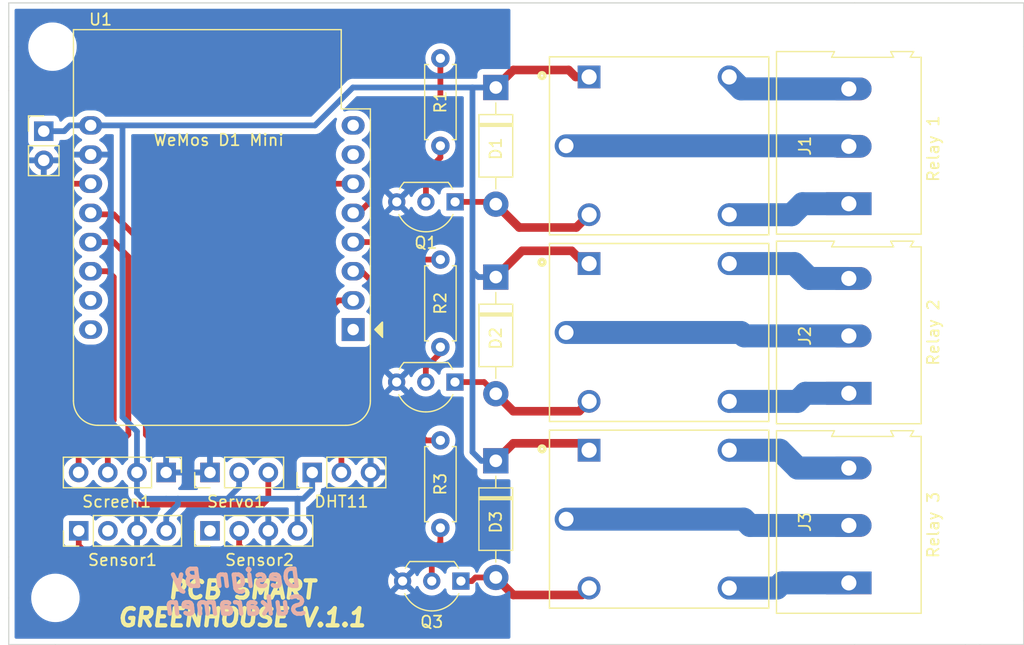
<source format=kicad_pcb>
(kicad_pcb (version 20211014) (generator pcbnew)
  (layers (0 "F.Cu" signal) (31 "B.Cu" signal) (34 "B.Paste" user) (35 "F.Paste" user) (36 "B.SilkS" user "B.Silkscreen") (37 "F.SilkS" user "F.Silkscreen") (38 "B.Mask" user) (39 "F.Mask" user) (44 "Edge.Cuts" user))
  (net 0 "")
  (net 1 "Net-(D1-Pad2)")
  (net 2 "Net-(D2-Pad2)")
  (net 3 "Net-(D3-Pad2)")
  (net 4 "Net-(J1-Pad1)")
  (net 5 "Net-(J1-Pad2)")
  (net 6 "Net-(J1-Pad3)")
  (net 7 "Net-(J2-Pad1)")
  (net 8 "Net-(J2-Pad2)")
  (net 9 "Net-(J2-Pad3)")
  (net 10 "Net-(J3-Pad1)")
  (net 11 "Net-(J3-Pad2)")
  (net 12 "Net-(J3-Pad3)")
  (net 13 "GND")
  (net 14 "Input 1")
  (net 15 "Input 2")
  (net 16 "Input 3")
  (net 20 "SDA")
  (net 21 "SCL")
  (net 24 "DHT11")
  (net 25 "Servo")
  (net 26 "DIGITAL OUT")
  (net 27 "ANALAOG OUT")
  (net 28 "5V")
  (net 31 "Net-(Q1-Pad2)")
  (net 32 "Net-(Q2-Pad2)")
  (net 33 "Net-(Q3-Pad2)")
  (footprint "Diode_THT:D_DO-41_SOD81_P10.16mm_Horizontal" (layer "F.Cu") (at 147.574 98.298 -90)
    (fp_text reference "D3" (at 5.334 0 90) (layer "F.SilkS"))
    (fp_text value "1N4007" hide)
    (fp_line (start 3.38 -1.47) (end 3.38 1.47) (layer "F.SilkS") (width 0.12))
    (fp_line (start 3.14 -1.47) (end 3.14 1.47) (layer "F.SilkS") (width 0.12))
    (fp_line (start 8.82 0) (end 7.8 0) (layer "F.SilkS") (width 0.12))
    (fp_line (start 7.8 1.47) (end 7.8 -1.47) (layer "F.SilkS") (width 0.12))
    (fp_line (start 3.26 -1.47) (end 3.26 1.47) (layer "F.SilkS") (width 0.12))
    (fp_line (start 1.34 0) (end 2.36 0) (layer "F.SilkS") (width 0.12))
    (fp_line (start 2.36 -1.47) (end 2.36 1.47) (layer "F.SilkS") (width 0.12))
    (fp_line (start 2.36 1.47) (end 7.8 1.47) (layer "F.SilkS") (width 0.12))
    (fp_line (start 7.8 -1.47) (end 2.36 -1.47) (layer "F.SilkS") (width 0.12))
    (pad "1" thru_hole rect (at 0 0 270) (size 2.2 2.2) (drill 1.1) (layers *.Cu *.Mask) (net 28 "5V"))
    (pad "2" thru_hole oval (at 10.16 0 270) (size 2.2 2.2) (drill 1.1) (layers *.Cu *.Mask) (net 3 "Net-(D3-Pad2)"))
  )
  (footprint "MountingHole:MountingHole_3.2mm_M3" (layer "F.Cu") (at 189.738 62.23)
    (fp_text reference "H2" hide)
    (fp_text value "MountingHole" hide)
    (pad "" np_thru_hole circle (at 0 0) (size 3.2 3.2) (drill 3.2) (layers *.Cu *.Mask))
  )
  (footprint "Diode_THT:D_DO-41_SOD81_P10.16mm_Horizontal" (layer "F.Cu") (at 147.574 65.786 -90)
    (fp_text reference "D1" (at 5.334 0 90) (layer "F.SilkS"))
    (fp_text value "1N4007" hide)
    (fp_line (start 7.8 1.47) (end 7.8 -1.47) (layer "F.SilkS") (width 0.12))
    (fp_line (start 3.14 -1.47) (end 3.14 1.47) (layer "F.SilkS") (width 0.12))
    (fp_line (start 2.36 -1.47) (end 2.36 1.47) (layer "F.SilkS") (width 0.12))
    (fp_line (start 1.34 0) (end 2.36 0) (layer "F.SilkS") (width 0.12))
    (fp_line (start 3.38 -1.47) (end 3.38 1.47) (layer "F.SilkS") (width 0.12))
    (fp_line (start 7.8 -1.47) (end 2.36 -1.47) (layer "F.SilkS") (width 0.12))
    (fp_line (start 2.36 1.47) (end 7.8 1.47) (layer "F.SilkS") (width 0.12))
    (fp_line (start 8.82 0) (end 7.8 0) (layer "F.SilkS") (width 0.12))
    (fp_line (start 3.26 -1.47) (end 3.26 1.47) (layer "F.SilkS") (width 0.12))
    (pad "1" thru_hole rect (at 0 0 270) (size 2.2 2.2) (drill 1.1) (layers *.Cu *.Mask) (net 28 "5V"))
    (pad "2" thru_hole oval (at 10.16 0 270) (size 2.2 2.2) (drill 1.1) (layers *.Cu *.Mask) (net 1 "Net-(D1-Pad2)"))
  )
  (footprint "Resistor_THT:R_Axial_DIN0207_L6.3mm_D2.5mm_P7.62mm_Horizontal" (layer "F.Cu") (at 142.748 63.246 -90)
    (fp_text reference "R1" (at 3.81 0 90) (layer "F.SilkS"))
    (fp_text value "1K")
    (fp_line (start 0.54 1.37) (end 7.08 1.37) (layer "F.SilkS") (width 0.12))
    (fp_line (start 7.08 1.37) (end 7.08 1.04) (layer "F.SilkS") (width 0.12))
    (fp_line (start 0.54 -1.37) (end 7.08 -1.37) (layer "F.SilkS") (width 0.12))
    (fp_line (start 7.08 -1.37) (end 7.08 -1.04) (layer "F.SilkS") (width 0.12))
    (fp_line (start 0.54 1.04) (end 0.54 1.37) (layer "F.SilkS") (width 0.12))
    (fp_line (start 0.54 -1.04) (end 0.54 -1.37) (layer "F.SilkS") (width 0.12))
    (pad "1" thru_hole circle (at 0 0 270) (size 1.6 1.6) (drill 0.8) (layers *.Cu *.Mask) (net 14 "Input 1"))
    (pad "2" thru_hole oval (at 7.62 0 270) (size 1.6 1.6) (drill 0.8) (layers *.Cu *.Mask) (net 31 "Net-(Q1-Pad2)"))
  )
  (footprint "TerminalBlock:TerminalBlock_Altech_AK300-3_P5.00mm" (layer "F.Cu") (at 178.318 75.907 90)
    (fp_text reference "J1" (at 5.041 -3.82 90) (layer "F.SilkS"))
    (fp_text value "OUTPUT RELAY 1")
    (fp_line (start 13.25 -6.3) (end -2.65 -6.3) (layer "F.SilkS") (width 0.12))
    (fp_line (start 13.25 5.65) (end 13.25 3.65) (layer "F.SilkS") (width 0.12))
    (fp_line (start -2.65 -6.3) (end -2.65 6.3) (layer "F.SilkS") (width 0.12))
    (fp_line (start 12.75 6.3) (end 12.75 5.35) (layer "F.SilkS") (width 0.12))
    (fp_line (start -2.65 6.3) (end 12.75 6.3) (layer "F.SilkS") (width 0.12))
    (fp_line (start 13.25 -1.25) (end 13.25 -6.3) (layer "F.SilkS") (width 0.12))
    (fp_line (start 12.75 -1.5) (end 13.25 -1.25) (layer "F.SilkS") (width 0.12))
    (fp_line (start 12.75 3.9) (end 12.75 -1.5) (layer "F.SilkS") (width 0.12))
    (fp_line (start 13.25 3.65) (end 12.75 3.9) (layer "F.SilkS") (width 0.12))
    (fp_line (start 12.75 5.35) (end 13.25 5.65) (layer "F.SilkS") (width 0.12))
    (pad "1" thru_hole rect (at 0 0 90) (size 1.98 3.96) (drill 1.32) (layers *.Cu *.Mask) (net 4 "Net-(J1-Pad1)"))
    (pad "2" thru_hole oval (at 5 0 90) (size 1.98 3.96) (drill 1.32) (layers *.Cu *.Mask) (net 5 "Net-(J1-Pad2)"))
    (pad "3" thru_hole oval (at 10 0 90) (size 1.98 3.96) (drill 1.32) (layers *.Cu *.Mask) (net 6 "Net-(J1-Pad3)"))
  )
  (footprint "Resistor_THT:R_Axial_DIN0207_L6.3mm_D2.5mm_P7.62mm_Horizontal" (layer "F.Cu") (at 142.748 80.772 -90)
    (fp_text reference "R2" (at 3.81 0 90) (layer "F.SilkS"))
    (fp_text value "1K")
    (fp_line (start 0.54 -1.37) (end 7.08 -1.37) (layer "F.SilkS") (width 0.12))
    (fp_line (start 0.54 1.04) (end 0.54 1.37) (layer "F.SilkS") (width 0.12))
    (fp_line (start 0.54 1.37) (end 7.08 1.37) (layer "F.SilkS") (width 0.12))
    (fp_line (start 0.54 -1.04) (end 0.54 -1.37) (layer "F.SilkS") (width 0.12))
    (fp_line (start 7.08 -1.37) (end 7.08 -1.04) (layer "F.SilkS") (width 0.12))
    (fp_line (start 7.08 1.37) (end 7.08 1.04) (layer "F.SilkS") (width 0.12))
    (pad "1" thru_hole circle (at 0 0 270) (size 1.6 1.6) (drill 0.8) (layers *.Cu *.Mask) (net 15 "Input 2"))
    (pad "2" thru_hole oval (at 7.62 0 270) (size 1.6 1.6) (drill 0.8) (layers *.Cu *.Mask) (net 32 "Net-(Q2-Pad2)"))
  )
  (footprint "Package_TO_SOT_THT:TO-92L_Inline_Wide" (layer "F.Cu") (at 144.028 75.75 180)
    (fp_text reference "Q1" (at 2.54 -3.56) (layer "F.SilkS"))
    (fp_text value "BC547")
    (fp_line (start 0.6 1.7) (end 4.45 1.7) (layer "F.SilkS") (width 0.12))
    (fp_arc (start 0.1836 -1.098807) (mid 1.143021 -2.192817) (end 2.54 -2.6) (layer "F.SilkS") (width 0.12))
    (fp_arc (start 0.6 1.7) (mid 0.389183 1.423933) (end 0.217369 1.122045) (layer "F.SilkS") (width 0.12))
    (fp_arc (start 4.842383 1.112264) (mid 4.666594 1.419753) (end 4.45 1.7) (layer "F.SilkS") (width 0.12))
    (fp_arc (start 2.54 -2.6) (mid 3.936979 -2.192818) (end 4.8964 -1.098807) (layer "F.SilkS") (width 0.12))
    (pad "1" thru_hole rect (at 0 0 180) (size 1.5 1.5) (drill 0.8) (layers *.Cu *.Mask) (net 1 "Net-(D1-Pad2)"))
    (pad "2" thru_hole circle (at 2.54 0 180) (size 1.5 1.5) (drill 0.8) (layers *.Cu *.Mask) (net 31 "Net-(Q1-Pad2)"))
    (pad "3" thru_hole circle (at 5.08 0 180) (size 1.5 1.5) (drill 0.8) (layers *.Cu *.Mask) (net 13 "GND"))
  )
  (footprint "Tugas Indobot IoT:RELAY_SRD-05VDC-SL-C" (layer "F.Cu") (at 161.798 70.866)
    (fp_text reference "K1" hide)
    (fp_text value "SRD-05VDC-SL-C")
    (fp_line (start -9.55 -7.75) (end 9.55 -7.75) (layer "F.SilkS") (width 0.127))
    (fp_line (start 9.55 7.75) (end -9.55 7.75) (layer "F.SilkS") (width 0.127))
    (fp_line (start 9.55 -7.75) (end 9.55 7.75) (layer "F.SilkS") (width 0.127))
    (fp_line (start -9.55 7.75) (end -9.55 -7.75) (layer "F.SilkS") (width 0.127))
    (fp_circle (center -10.2 -6.119) (end -10.1 -6.119) (layer "F.SilkS") (width 0.3) (fill none))
    (pad "A1" thru_hole rect locked (at -6.1 -6) (size 1.98 1.98) (drill 1.32) (layers *.Cu *.Mask) (net 28 "5V"))
    (pad "A2" thru_hole circle locked (at -6.1 6) (size 1.98 1.98) (drill 1.32) (layers *.Cu *.Mask) (net 1 "Net-(D1-Pad2)"))
    (pad "COM" thru_hole circle locked (at -8.1 0) (size 1.935 1.935) (drill 1.29) (layers *.Cu *.Mask) (net 5 "Net-(J1-Pad2)"))
    (pad "NC" thru_hole circle locked (at 6.1 -6) (size 1.98 1.98) (drill 1.32) (layers *.Cu *.Mask) (net 6 "Net-(J1-Pad3)"))
    (pad "NO" thru_hole circle locked (at 6.1 6) (size 1.98 1.98) (drill 1.32) (layers *.Cu *.Mask) (net 4 "Net-(J1-Pad1)"))
  )
  (footprint "Connector_PinHeader_2.54mm:PinHeader_1x02_P2.54mm_Vertical" (layer "F.Cu") (at 108.204 69.591)
    (fp_text reference "PowerInput1" hide)
    (fp_text value "Conn_01x02_Male" hide)
    (fp_line (start -1.33 1.27) (end -1.33 3.87) (layer "F.SilkS") (width 0.12))
    (fp_line (start -1.33 0) (end -1.33 -1.33) (layer "F.SilkS") (width 0.12))
    (fp_line (start 1.33 1.27) (end 1.33 3.87) (layer "F.SilkS") (width 0.12))
    (fp_line (start -1.33 -1.33) (end 0 -1.33) (layer "F.SilkS") (width 0.12))
    (fp_line (start -1.33 1.27) (end 1.33 1.27) (layer "F.SilkS") (width 0.12))
    (fp_line (start -1.33 3.87) (end 1.33 3.87) (layer "F.SilkS") (width 0.12))
    (pad "1" thru_hole rect (at 0 0) (size 1.7 1.7) (drill 1) (layers *.Cu *.Mask) (net 28 "5V"))
    (pad "2" thru_hole oval (at 0 2.54) (size 1.7 1.7) (drill 1) (layers *.Cu *.Mask) (net 13 "GND"))
  )
  (footprint "Tugas Indobot IoT:RELAY_SRD-05VDC-SL-C" (layer "F.Cu") (at 161.798 87.122)
    (fp_text reference "K2" hide)
    (fp_text value "SRD-05VDC-SL-C")
    (fp_line (start -9.55 -7.75) (end 9.55 -7.75) (layer "F.SilkS") (width 0.127))
    (fp_line (start 9.55 7.75) (end -9.55 7.75) (layer "F.SilkS") (width 0.127))
    (fp_line (start 9.55 -7.75) (end 9.55 7.75) (layer "F.SilkS") (width 0.127))
    (fp_line (start -9.55 7.75) (end -9.55 -7.75) (layer "F.SilkS") (width 0.127))
    (fp_circle (center -10.2 -6.119) (end -10.1 -6.119) (layer "F.SilkS") (width 0.3) (fill none))
    (pad "A1" thru_hole rect locked (at -6.1 -6) (size 1.98 1.98) (drill 1.32) (layers *.Cu *.Mask) (net 28 "5V"))
    (pad "A2" thru_hole circle locked (at -6.1 6) (size 1.98 1.98) (drill 1.32) (layers *.Cu *.Mask) (net 2 "Net-(D2-Pad2)"))
    (pad "COM" thru_hole circle locked (at -8.1 0) (size 1.935 1.935) (drill 1.29) (layers *.Cu *.Mask) (net 8 "Net-(J2-Pad2)"))
    (pad "NC" thru_hole circle locked (at 6.1 -6) (size 1.98 1.98) (drill 1.32) (layers *.Cu *.Mask) (net 9 "Net-(J2-Pad3)"))
    (pad "NO" thru_hole circle locked (at 6.1 6) (size 1.98 1.98) (drill 1.32) (layers *.Cu *.Mask) (net 7 "Net-(J2-Pad1)"))
  )
  (footprint "MountingHole:MountingHole_3.2mm_M3" (layer "F.Cu") (at 108.966 62.23)
    (fp_text reference "H1" hide)
    (fp_text value "MountingHole" hide)
    (pad "" np_thru_hole circle (at 0 0) (size 3.2 3.2) (drill 3.2) (layers *.Cu *.Mask))
  )
  (footprint "TerminalBlock:TerminalBlock_Altech_AK300-3_P5.00mm" (layer "F.Cu") (at 178.318 108.927 90)
    (fp_text reference "J3" (at 5.295 -3.82 90) (layer "F.SilkS"))
    (fp_text value "OUTPUT RELAY 3")
    (fp_line (start -2.65 6.3) (end 12.75 6.3) (layer "F.SilkS") (width 0.12))
    (fp_line (start 12.75 5.35) (end 13.25 5.65) (layer "F.SilkS") (width 0.12))
    (fp_line (start 12.75 6.3) (end 12.75 5.35) (layer "F.SilkS") (width 0.12))
    (fp_line (start 13.25 -1.25) (end 13.25 -6.3) (layer "F.SilkS") (width 0.12))
    (fp_line (start 13.25 5.65) (end 13.25 3.65) (layer "F.SilkS") (width 0.12))
    (fp_line (start -2.65 -6.3) (end -2.65 6.3) (layer "F.SilkS") (width 0.12))
    (fp_line (start 12.75 3.9) (end 12.75 -1.5) (layer "F.SilkS") (width 0.12))
    (fp_line (start 13.25 3.65) (end 12.75 3.9) (layer "F.SilkS") (width 0.12))
    (fp_line (start 12.75 -1.5) (end 13.25 -1.25) (layer "F.SilkS") (width 0.12))
    (fp_line (start 13.25 -6.3) (end -2.65 -6.3) (layer "F.SilkS") (width 0.12))
    (pad "1" thru_hole rect (at 0 0 90) (size 1.98 3.96) (drill 1.32) (layers *.Cu *.Mask) (net 10 "Net-(J3-Pad1)"))
    (pad "2" thru_hole oval (at 5 0 90) (size 1.98 3.96) (drill 1.32) (layers *.Cu *.Mask) (net 11 "Net-(J3-Pad2)"))
    (pad "3" thru_hole oval (at 10 0 90) (size 1.98 3.96) (drill 1.32) (layers *.Cu *.Mask) (net 12 "Net-(J3-Pad3)"))
  )
  (footprint "Connector_PinHeader_2.54mm:PinHeader_1x04_P2.54mm_Vertical" (layer "F.Cu") (at 122.682 104.394 90)
    (fp_text reference "Sensor2" (at -2.54 4.318 180) (layer "F.SilkS"))
    (fp_text value "Conn_01x04_Male" hide)
    (fp_line (start -1.33 1.27) (end -1.33 8.95) (layer "F.SilkS") (width 0.12))
    (fp_line (start -1.33 -1.33) (end 0 -1.33) (layer "F.SilkS") (width 0.12))
    (fp_line (start -1.33 1.27) (end 1.33 1.27) (layer "F.SilkS") (width 0.12))
    (fp_line (start 1.33 1.27) (end 1.33 8.95) (layer "F.SilkS") (width 0.12))
    (fp_line (start -1.33 0) (end -1.33 -1.33) (layer "F.SilkS") (width 0.12))
    (fp_line (start -1.33 8.95) (end 1.33 8.95) (layer "F.SilkS") (width 0.12))
    (pad "1" thru_hole rect (at 0 0 90) (size 1.7 1.7) (drill 1) (layers *.Cu *.Mask))
    (pad "2" thru_hole oval (at 0 2.54 90) (size 1.7 1.7) (drill 1) (layers *.Cu *.Mask) (net 26 "DIGITAL OUT"))
    (pad "3" thru_hole oval (at 0 5.08 90) (size 1.7 1.7) (drill 1) (layers *.Cu *.Mask) (net 13 "GND"))
    (pad "4" thru_hole oval (at 0 7.62 90) (size 1.7 1.7) (drill 1) (layers *.Cu *.Mask) (net 28 "5V"))
  )
  (footprint "MountingHole:MountingHole_3.2mm_M3" (layer "F.Cu") (at 109.22 110.236)
    (fp_text reference "H3" hide)
    (fp_text value "MountingHole" hide)
    (pad "" np_thru_hole circle (at 0 0) (size 3.2 3.2) (drill 3.2) (layers *.Cu *.Mask))
  )
  (footprint "Module:WEMOS_D1_mini_light" (layer "F.Cu") (at 135.151 86.868 180)
    (fp_text reference "U1" (at 22 27) (layer "F.SilkS"))
    (fp_text value "WeMos_D1_mini")
    (fp_line (start 1.04 26.12) (end 24.36 26.12) (layer "F.SilkS") (width 0.12))
    (fp_line (start -1.5 19.22) (end 1.04 19.22) (layer "F.SilkS") (width 0.12))
    (fp_line (start 24.36 26.12) (end 24.36 -6.21) (layer "F.SilkS") (width 0.12))
    (fp_line (start -1.5 19.22) (end -1.5 -6.21) (layer "F.SilkS") (width 0.12))
    (fp_line (start 1.04 19.22) (end 1.04 26.12) (layer "F.SilkS") (width 0.12))
    (fp_line (start 22.24 -8.34) (end 0.63 -8.34) (layer "F.SilkS") (width 0.12))
    (fp_arc (start -1.5 -6.21) (mid -0.876137 -7.716137) (end 0.63 -8.34) (layer "F.SilkS") (width 0.12))
    (fp_arc (start 22.23 -8.34) (mid 23.736137 -7.716137) (end 24.36 -6.21) (layer "F.SilkS") (width 0.12))
    (fp_poly (pts (xy -2.54 -0.635) (xy -2.54 0.635) (xy -1.905 0)) (layer "F.SilkS") (width 0.15) (fill solid))
    (pad "1" thru_hole rect (at 0 0 180) (size 2 2) (drill 1) (layers *.Cu *.Mask))
    (pad "2" thru_hole oval (at 0 2.54 180) (size 2 1.6) (drill 1) (layers *.Cu *.Mask) (net 27 "ANALAOG OUT"))
    (pad "3" thru_hole oval (at 0 5.08 180) (size 2 1.6) (drill 1) (layers *.Cu *.Mask) (net 16 "Input 3"))
    (pad "4" thru_hole oval (at 0 7.62 180) (size 2 1.6) (drill 1) (layers *.Cu *.Mask) (net 15 "Input 2"))
    (pad "5" thru_hole oval (at 0 10.16 180) (size 2 1.6) (drill 1) (layers *.Cu *.Mask) (net 14 "Input 1"))
    (pad "6" thru_hole oval (at 0 12.7 180) (size 2 1.6) (drill 1) (layers *.Cu *.Mask) (net 26 "DIGITAL OUT"))
    (pad "7" thru_hole oval (at 0 15.24 180) (size 2 1.6) (drill 1) (layers *.Cu *.Mask))
    (pad "8" thru_hole oval (at 0 17.78 180) (size 2 1.6) (drill 1) (layers *.Cu *.Mask))
    (pad "9" thru_hole oval (at 22.86 17.78 180) (size 2 1.6) (drill 1) (layers *.Cu *.Mask) (net 28 "5V"))
    (pad "10" thru_hole oval (at 22.86 15.24 180) (size 2 1.6) (drill 1) (layers *.Cu *.Mask) (net 13 "GND"))
    (pad "11" thru_hole oval (at 22.86 12.7 180) (size 2 1.6) (drill 1) (layers *.Cu *.Mask) (net 25 "Servo"))
    (pad "12" thru_hole oval (at 22.86 10.16 180) (size 2 1.6) (drill 1) (layers *.Cu *.Mask) (net 24 "DHT11"))
    (pad "13" thru_hole oval (at 22.86 7.62 180) (size 2 1.6) (drill 1) (layers *.Cu *.Mask) (net 20 "SDA"))
    (pad "14" thru_hole oval (at 22.86 5.08 180) (size 2 1.6) (drill 1) (layers *.Cu *.Mask) (net 21 "SCL"))
    (pad "15" thru_hole oval (at 22.86 2.54 180) (size 2 1.6) (drill 1) (layers *.Cu *.Mask))
    (pad "16" thru_hole oval (at 22.86 0 180) (size 2 1.6) (drill 1) (layers *.Cu *.Mask))
  )
  (footprint "Diode_THT:D_DO-41_SOD81_P10.16mm_Horizontal" (layer "F.Cu") (at 147.574 82.296 -90)
    (fp_text reference "D2" (at 5.334 0 90) (layer "F.SilkS"))
    (fp_text value "1N4007" hide)
    (fp_line (start 3.26 -1.47) (end 3.26 1.47) (layer "F.SilkS") (width 0.12))
    (fp_line (start 2.36 -1.47) (end 2.36 1.47) (layer "F.SilkS") (width 0.12))
    (fp_line (start 3.38 -1.47) (end 3.38 1.47) (layer "F.SilkS") (width 0.12))
    (fp_line (start 7.8 1.47) (end 7.8 -1.47) (layer "F.SilkS") (width 0.12))
    (fp_line (start 8.82 0) (end 7.8 0) (layer "F.SilkS") (width 0.12))
    (fp_line (start 2.36 1.47) (end 7.8 1.47) (layer "F.SilkS") (width 0.12))
    (fp_line (start 1.34 0) (end 2.36 0) (layer "F.SilkS") (width 0.12))
    (fp_line (start 3.14 -1.47) (end 3.14 1.47) (layer "F.SilkS") (width 0.12))
    (fp_line (start 7.8 -1.47) (end 2.36 -1.47) (layer "F.SilkS") (width 0.12))
    (pad "1" thru_hole rect (at 0 0 270) (size 2.2 2.2) (drill 1.1) (layers *.Cu *.Mask) (net 28 "5V"))
    (pad "2" thru_hole oval (at 10.16 0 270) (size 2.2 2.2) (drill 1.1) (layers *.Cu *.Mask) (net 2 "Net-(D2-Pad2)"))
  )
  (footprint "Tugas Indobot IoT:RELAY_SRD-05VDC-SL-C" (layer "F.Cu") (at 161.798 103.378)
    (fp_text reference "K3" hide)
    (fp_text value "SRD-05VDC-SL-C")
    (fp_line (start -9.55 7.75) (end -9.55 -7.75) (layer "F.SilkS") (width 0.127))
    (fp_line (start 9.55 7.75) (end -9.55 7.75) (layer "F.SilkS") (width 0.127))
    (fp_line (start -9.55 -7.75) (end 9.55 -7.75) (layer "F.SilkS") (width 0.127))
    (fp_line (start 9.55 -7.75) (end 9.55 7.75) (layer "F.SilkS") (width 0.127))
    (fp_circle (center -10.2 -6.119) (end -10.1 -6.119) (layer "F.SilkS") (width 0.3) (fill none))
    (pad "A1" thru_hole rect locked (at -6.1 -6) (size 1.98 1.98) (drill 1.32) (layers *.Cu *.Mask) (net 28 "5V"))
    (pad "A2" thru_hole circle locked (at -6.1 6) (size 1.98 1.98) (drill 1.32) (layers *.Cu *.Mask) (net 3 "Net-(D3-Pad2)"))
    (pad "COM" thru_hole circle locked (at -8.1 0) (size 1.935 1.935) (drill 1.29) (layers *.Cu *.Mask) (net 11 "Net-(J3-Pad2)"))
    (pad "NC" thru_hole circle locked (at 6.1 -6) (size 1.98 1.98) (drill 1.32) (layers *.Cu *.Mask) (net 12 "Net-(J3-Pad3)"))
    (pad "NO" thru_hole circle locked (at 6.1 6) (size 1.98 1.98) (drill 1.32) (layers *.Cu *.Mask) (net 10 "Net-(J3-Pad1)"))
  )
  (footprint "Resistor_THT:R_Axial_DIN0207_L6.3mm_D2.5mm_P7.62mm_Horizontal" (layer "F.Cu") (at 142.748 96.52 -90)
    (fp_text reference "R3" (at 3.81 0 90) (layer "F.SilkS"))
    (fp_text value "1K")
    (fp_line (start 0.54 -1.04) (end 0.54 -1.37) (layer "F.SilkS") (width 0.12))
    (fp_line (start 0.54 -1.37) (end 7.08 -1.37) (layer "F.SilkS") (width 0.12))
    (fp_line (start 7.08 -1.37) (end 7.08 -1.04) (layer "F.SilkS") (width 0.12))
    (fp_line (start 0.54 1.37) (end 7.08 1.37) (layer "F.SilkS") (width 0.12))
    (fp_line (start 7.08 1.37) (end 7.08 1.04) (layer "F.SilkS") (width 0.12))
    (fp_line (start 0.54 1.04) (end 0.54 1.37) (layer "F.SilkS") (width 0.12))
    (pad "1" thru_hole circle (at 0 0 270) (size 1.6 1.6) (drill 0.8) (layers *.Cu *.Mask) (net 16 "Input 3"))
    (pad "2" thru_hole oval (at 7.62 0 270) (size 1.6 1.6) (drill 0.8) (layers *.Cu *.Mask) (net 33 "Net-(Q3-Pad2)"))
  )
  (footprint "Connector_PinHeader_2.54mm:PinHeader_1x03_P2.54mm_Vertical" (layer "F.Cu") (at 131.587 99.314 90)
    (fp_text reference "DHT11" (at -2.54 2.54 180) (layer "F.SilkS"))
    (fp_text value "Conn_01x03_Male" hide)
    (fp_line (start -1.33 1.27) (end 1.33 1.27) (layer "F.SilkS") (width 0.12))
    (fp_line (start -1.33 1.27) (end -1.33 6.41) (layer "F.SilkS") (width 0.12))
    (fp_line (start -1.33 -1.33) (end 0 -1.33) (layer "F.SilkS") (width 0.12))
    (fp_line (start -1.33 0) (end -1.33 -1.33) (layer "F.SilkS") (width 0.12))
    (fp_line (start -1.33 6.41) (end 1.33 6.41) (layer "F.SilkS") (width 0.12))
    (fp_line (start 1.33 1.27) (end 1.33 6.41) (layer "F.SilkS") (width 0.12))
    (pad "1" thru_hole rect (at 0 0 90) (size 1.7 1.7) (drill 1) (layers *.Cu *.Mask) (net 28 "5V"))
    (pad "2" thru_hole oval (at 0 2.54 90) (size 1.7 1.7) (drill 1) (layers *.Cu *.Mask) (net 24 "DHT11"))
    (pad "3" thru_hole oval (at 0 5.08 90) (size 1.7 1.7) (drill 1) (layers *.Cu *.Mask) (net 13 "GND"))
  )
  (footprint "Package_TO_SOT_THT:TO-92L_Inline_Wide" (layer "F.Cu") (at 144.018 91.44 180)
    (fp_text reference "Q2" hide)
    (fp_text value "BC547")
    (fp_line (start 0.6 1.7) (end 4.45 1.7) (layer "F.SilkS") (width 0.12))
    (fp_arc (start 4.842383 1.112264) (mid 4.666594 1.419753) (end 4.45 1.7) (layer "F.SilkS") (width 0.12))
    (fp_arc (start 0.1836 -1.098807) (mid 1.143021 -2.192817) (end 2.54 -2.6) (layer "F.SilkS") (width 0.12))
    (fp_arc (start 2.54 -2.6) (mid 3.936979 -2.192818) (end 4.8964 -1.098807) (layer "F.SilkS") (width 0.12))
    (fp_arc (start 0.6 1.7) (mid 0.389183 1.423933) (end 0.217369 1.122045) (layer "F.SilkS") (width 0.12))
    (pad "1" thru_hole rect (at 0 0 180) (size 1.5 1.5) (drill 0.8) (layers *.Cu *.Mask) (net 2 "Net-(D2-Pad2)"))
    (pad "2" thru_hole circle (at 2.54 0 180) (size 1.5 1.5) (drill 0.8) (layers *.Cu *.Mask) (net 32 "Net-(Q2-Pad2)"))
    (pad "3" thru_hole circle (at 5.08 0 180) (size 1.5 1.5) (drill 0.8) (layers *.Cu *.Mask) (net 13 "GND"))
  )
  (footprint "Connector_PinHeader_2.54mm:PinHeader_1x03_P2.54mm_Vertical" (layer "F.Cu") (at 122.682 99.314 90)
    (fp_text reference "Servo1" (at -2.54 2.271 180) (layer "F.SilkS"))
    (fp_text value "Conn_01x03_Male" hide)
    (fp_line (start -1.33 0) (end -1.33 -1.33) (layer "F.SilkS") (width 0.12))
    (fp_line (start -1.33 -1.33) (end 0 -1.33) (layer "F.SilkS") (width 0.12))
    (fp_line (start -1.33 1.27) (end -1.33 6.41) (layer "F.SilkS") (width 0.12))
    (fp_line (start -1.33 1.27) (end 1.33 1.27) (layer "F.SilkS") (width 0.12))
    (fp_line (start -1.33 6.41) (end 1.33 6.41) (layer "F.SilkS") (width 0.12))
    (fp_line (start 1.33 1.27) (end 1.33 6.41) (layer "F.SilkS") (width 0.12))
    (pad "1" thru_hole rect (at 0 0 90) (size 1.7 1.7) (drill 1) (layers *.Cu *.Mask) (net 13 "GND"))
    (pad "2" thru_hole oval (at 0 2.54 90) (size 1.7 1.7) (drill 1) (layers *.Cu *.Mask) (net 28 "5V"))
    (pad "3" thru_hole oval (at 0 5.08 90) (size 1.7 1.7) (drill 1) (layers *.Cu *.Mask) (net 25 "Servo"))
  )
  (footprint "Connector_PinHeader_2.54mm:PinHeader_1x04_P2.54mm_Vertical" (layer "F.Cu") (at 118.862 99.314 -90)
    (fp_text reference "Screen1" (at 2.54 4.308) (layer "F.SilkS"))
    (fp_text value "Conn_01x04_Male" hide)
    (fp_line (start -1.33 0) (end -1.33 -1.33) (layer "F.SilkS") (width 0.12))
    (fp_line (start -1.33 -1.33) (end 0 -1.33) (layer "F.SilkS") (width 0.12))
    (fp_line (start 1.33 1.27) (end 1.33 8.95) (layer "F.SilkS") (width 0.12))
    (fp_line (start -1.33 1.27) (end -1.33 8.95) (layer "F.SilkS") (width 0.12))
    (fp_line (start -1.33 1.27) (end 1.33 1.27) (layer "F.SilkS") (width 0.12))
    (fp_line (start -1.33 8.95) (end 1.33 8.95) (layer "F.SilkS") (width 0.12))
    (pad "1" thru_hole rect (at 0 0 270) (size 1.7 1.7) (drill 1) (layers *.Cu *.Mask) (net 13 "GND"))
    (pad "2" thru_hole oval (at 0 2.54 270) (size 1.7 1.7) (drill 1) (layers *.Cu *.Mask) (net 28 "5V"))
    (pad "3" thru_hole oval (at 0 5.08 270) (size 1.7 1.7) (drill 1) (layers *.Cu *.Mask) (net 20 "SDA"))
    (pad "4" thru_hole oval (at 0 7.62 270) (size 1.7 1.7) (drill 1) (layers *.Cu *.Mask) (net 21 "SCL"))
  )
  (footprint "MountingHole:MountingHole_3.2mm_M3" (layer "F.Cu") (at 189.738 110.49)
    (fp_text reference "H4" hide)
    (fp_text value "MountingHole" hide)
    (pad "" np_thru_hole circle (at 0 0) (size 3.2 3.2) (drill 3.2) (layers *.Cu *.Mask))
  )
  (footprint "Connector_PinHeader_2.54mm:PinHeader_1x04_P2.54mm_Vertical" (layer "F.Cu") (at 111.252 104.394 90)
    (fp_text reference "Sensor1" (at -2.54 3.81 180) (layer "F.SilkS"))
    (fp_text value "Conn_01x04_Male" hide)
    (fp_line (start -1.33 1.27) (end 1.33 1.27) (layer "F.SilkS") (width 0.12))
    (fp_line (start -1.33 0) (end -1.33 -1.33) (layer "F.SilkS") (width 0.12))
    (fp_line (start -1.33 -1.33) (end 0 -1.33) (layer "F.SilkS") (width 0.12))
    (fp_line (start -1.33 1.27) (end -1.33 8.95) (layer "F.SilkS") (width 0.12))
    (fp_line (start 1.33 1.27) (end 1.33 8.95) (layer "F.SilkS") (width 0.12))
    (fp_line (start -1.33 8.95) (end 1.33 8.95) (layer "F.SilkS") (width 0.12))
    (pad "1" thru_hole rect (at 0 0 90) (size 1.7 1.7) (drill 1) (layers *.Cu *.Mask) (net 27 "ANALAOG OUT"))
    (pad "2" thru_hole oval (at 0 2.54 90) (size 1.7 1.7) (drill 1) (layers *.Cu *.Mask))
    (pad "3" thru_hole oval (at 0 5.08 90) (size 1.7 1.7) (drill 1) (layers *.Cu *.Mask) (net 13 "GND"))
    (pad "4" thru_hole oval (at 0 7.62 90) (size 1.7 1.7) (drill 1) (layers *.Cu *.Mask) (net 28 "5V"))
  )
  (footprint "Package_TO_SOT_THT:TO-92L_Inline_Wide" (layer "F.Cu") (at 144.536 108.77 180)
    (fp_text reference "Q3" (at 2.54 -3.56) (layer "F.SilkS"))
    (fp_text value "BC547")
    (fp_line (start 0.6 1.7) (end 4.45 1.7) (layer "F.SilkS") (width 0.12))
    (fp_arc (start 0.1836 -1.098807) (mid 1.143021 -2.192817) (end 2.54 -2.6) (layer "F.SilkS") (width 0.12))
    (fp_arc (start 2.54 -2.6) (mid 3.936979 -2.192818) (end 4.8964 -1.098807) (layer "F.SilkS") (width 0.12))
    (fp_arc (start 0.6 1.7) (mid 0.389183 1.423933) (end 0.217369 1.122045) (layer "F.SilkS") (width 0.12))
    (fp_arc (start 4.842383 1.112264) (mid 4.666594 1.419753) (end 4.45 1.7) (layer "F.SilkS") (width 0.12))
    (pad "1" thru_hole rect (at 0 0 180) (size 1.5 1.5) (drill 0.8) (layers *.Cu *.Mask) (net 3 "Net-(D3-Pad2)"))
    (pad "2" thru_hole circle (at 2.54 0 180) (size 1.5 1.5) (drill 0.8) (layers *.Cu *.Mask) (net 33 "Net-(Q3-Pad2)"))
    (pad "3" thru_hole circle (at 5.08 0 180) (size 1.5 1.5) (drill 0.8) (layers *.Cu *.Mask) (net 13 "GND"))
  )
  (footprint "TerminalBlock:TerminalBlock_Altech_AK300-3_P5.00mm" (layer "F.Cu") (at 178.318 92.417 90)
    (fp_text reference "J2" (at 5 -3.82 90) (layer "F.SilkS"))
    (fp_text value "OUTPUT RELAY 2")
    (fp_line (start 13.25 3.65) (end 12.75 3.9) (layer "F.SilkS") (width 0.12))
    (fp_line (start 12.75 6.3) (end 12.75 5.35) (layer "F.SilkS") (width 0.12))
    (fp_line (start 12.75 3.9) (end 12.75 -1.5) (layer "F.SilkS") (width 0.12))
    (fp_line (start -2.65 -6.3) (end -2.65 6.3) (layer "F.SilkS") (width 0.12))
    (fp_line (start 12.75 -1.5) (end 13.25 -1.25) (layer "F.SilkS") (width 0.12))
    (fp_line (start 13.25 -6.3) (end -2.65 -6.3) (layer "F.SilkS") (width 0.12))
    (fp_line (start -2.65 6.3) (end 12.75 6.3) (layer "F.SilkS") (width 0.12))
    (fp_line (start 13.25 5.65) (end 13.25 3.65) (layer "F.SilkS") (width 0.12))
    (fp_line (start 12.75 5.35) (end 13.25 5.65) (layer "F.SilkS") (width 0.12))
    (fp_line (start 13.25 -1.25) (end 13.25 -6.3) (layer "F.SilkS") (width 0.12))
    (pad "1" thru_hole rect (at 0 0 90) (size 1.98 3.96) (drill 1.32) (layers *.Cu *.Mask) (net 7 "Net-(J2-Pad1)"))
    (pad "2" thru_hole oval (at 5 0 90) (size 1.98 3.96) (drill 1.32) (layers *.Cu *.Mask) (net 8 "Net-(J2-Pad2)"))
    (pad "3" thru_hole oval (at 10 0 90) (size 1.98 3.96) (drill 1.32) (layers *.Cu *.Mask) (net 9 "Net-(J2-Pad3)"))
  )
  (gr_line (start 193.548 114.3) (end 193.548 110.49) (layer "Edge.Cuts") (width 0.1))
  (gr_line (start 178.816 58.42) (end 189.738 58.42) (layer "Edge.Cuts") (width 0.1))
  (gr_line (start 105.156 106.68) (end 105.156 66.04) (layer "Edge.Cuts") (width 0.1))
  (gr_line (start 189.738 114.3) (end 193.548 114.3) (layer "Edge.Cuts") (width 0.1))
  (gr_line (start 109.22 114.3) (end 178.816 114.3) (layer "Edge.Cuts") (width 0.1))
  (gr_line (start 105.156 58.42) (end 108.966 58.42) (layer "Edge.Cuts") (width 0.1))
  (gr_line (start 105.156 110.236) (end 105.156 114.3) (layer "Edge.Cuts") (width 0.1))
  (gr_line (start 108.966 58.42) (end 178.816 58.42) (layer "Edge.Cuts") (width 0.1))
  (gr_line (start 105.156 66.04) (end 105.156 62.23) (layer "Edge.Cuts") (width 0.1))
  (gr_line (start 193.548 58.42) (end 193.548 62.23) (layer "Edge.Cuts") (width 0.1))
  (gr_line (start 178.816 114.3) (end 188.468 114.3) (layer "Edge.Cuts") (width 0.1))
  (gr_line (start 189.738 58.42) (end 193.548 58.42) (layer "Edge.Cuts") (width 0.1))
  (gr_line (start 105.156 114.3) (end 109.22 114.3) (layer "Edge.Cuts") (width 0.1))
  (gr_line (start 188.468 114.3) (end 189.738 114.3) (layer "Edge.Cuts") (width 0.1))
  (gr_line (start 193.548 62.23) (end 193.548 110.49) (layer "Edge.Cuts") (width 0.1))
  (gr_line (start 105.156 62.23) (end 105.156 58.42) (layer "Edge.Cuts") (width 0.1))
  (gr_line (start 105.156 110.236) (end 105.156 106.68) (layer "Edge.Cuts") (width 0.1))
  (gr_text "Design By\nSukaramen" (at 124.968 109.728) (layer "B.SilkS") (effects (font (size 1.5 1.5) (thickness 0.375) italic) (justify mirror)))
  (gr_text "WeMos D1 Mini" (at 123.444 70.358) (layer "F.SilkS") (effects (font (size 1 1))))
  (gr_text "Relay 3" (at 185.674 103.886 90) (layer "F.SilkS") (effects (font (size 1 1))))
  (gr_text "Relay 2\n" (at 185.674 87.122 90) (layer "F.SilkS") (effects (font (size 1 1))))
  (gr_text "Relay 1" (at 185.674 71.12 90) (layer "F.SilkS") (effects (font (size 1 1))))
  (gr_text "PCB SMART\nGREENHOUSE V.1.1" (at 125.476 110.744) (layer "F.SilkS") (effects (font (size 1.5 1.5) (thickness 0.375) italic)))
  (segment (start 149.606 77.978) (end 154.586 77.978) (width 0.75) (layer "F.Cu") (net 1))
  (segment (start 154.586 77.978) (end 155.698 76.866) (width 0.75) (layer "F.Cu") (net 1))
  (segment (start 144.028 75.75) (end 147.378 75.75) (width 0.5) (layer "F.Cu") (net 1))
  (segment (start 147.574 75.946) (end 149.606 77.978) (width 0.75) (layer "F.Cu") (net 1))
  (segment (start 147.378 75.75) (end 147.574 75.946) (width 0.25) (layer "F.Cu") (net 1))
  (segment (start 144.018 91.44) (end 146.558 91.44) (width 0.5) (layer "F.Cu") (net 2))
  (segment (start 149.098 93.98) (end 154.84 93.98) (width 0.75) (layer "F.Cu") (net 2))
  (segment (start 154.84 93.98) (end 155.698 93.122) (width 0.75) (layer "F.Cu") (net 2))
  (segment (start 146.558 91.44) (end 147.574 92.456) (width 0.5) (layer "F.Cu") (net 2))
  (segment (start 147.574 92.456) (end 149.098 93.98) (width 0.75) (layer "F.Cu") (net 2))
  (segment (start 145.796 108.458) (end 147.574 108.458) (width 0.5) (layer "F.Cu") (net 3))
  (segment (start 149.098 109.982) (end 155.094 109.982) (width 0.75) (layer "F.Cu") (net 3))
  (segment (start 147.574 108.458) (end 149.098 109.982) (width 0.75) (layer "F.Cu") (net 3))
  (segment (start 145.484 108.77) (end 145.796 108.458) (width 0.5) (layer "F.Cu") (net 3))
  (segment (start 144.536 108.77) (end 145.484 108.77) (width 0.5) (layer "F.Cu") (net 3))
  (segment (start 155.094 109.982) (end 155.698 109.378) (width 0.25) (layer "F.Cu") (net 3))
  (segment (start 167.898 76.866) (end 173.324 76.866) (width 2) (layer "B.Cu") (net 4))
  (segment (start 174.283 75.907) (end 178.318 75.907) (width 2) (layer "B.Cu") (net 4))
  (segment (start 173.324 76.866) (end 174.283 75.907) (width 2) (layer "B.Cu") (net 4))
  (segment (start 153.698 70.866) (end 178.277 70.866) (width 2) (layer "B.Cu") (net 5))
  (segment (start 168.939 65.907) (end 178.318 65.907) (width 2) (layer "B.Cu") (net 6))
  (segment (start 167.898 64.866) (end 168.939 65.907) (width 2) (layer "B.Cu") (net 6))
  (segment (start 174.537 92.417) (end 178.318 92.417) (width 2) (layer "B.Cu") (net 7))
  (segment (start 173.832 93.122) (end 174.537 92.417) (width 2) (layer "B.Cu") (net 7))
  (segment (start 167.898 93.122) (end 173.832 93.122) (width 2) (layer "B.Cu") (net 7))
  (segment (start 153.698 87.122) (end 168.91 87.122) (width 2) (layer "B.Cu") (net 8))
  (segment (start 168.91 87.122) (end 169.205 87.417) (width 2) (layer "B.Cu") (net 8))
  (segment (start 169.205 87.417) (end 178.318 87.417) (width 2) (layer "B.Cu") (net 8))
  (segment (start 167.898 81.122) (end 173.578 81.122) (width 2) (layer "B.Cu") (net 9))
  (segment (start 174.873 82.417) (end 178.318 82.417) (width 2) (layer "B.Cu") (net 9))
  (segment (start 173.578 81.122) (end 174.873 82.417) (width 2) (layer "B.Cu") (net 9))
  (segment (start 172.505 108.927) (end 172.054 109.378) (width 2) (layer "B.Cu") (net 10))
  (segment (start 178.318 108.927) (end 172.505 108.927) (width 2) (layer "B.Cu") (net 10))
  (segment (start 172.054 109.378) (end 167.898 109.378) (width 2) (layer "B.Cu") (net 10))
  (segment (start 153.698 103.378) (end 169.164 103.378) (width 2) (layer "B.Cu") (net 11))
  (segment (start 169.713 103.927) (end 178.318 103.927) (width 2) (layer "B.Cu") (net 11))
  (segment (start 169.164 103.378) (end 169.713 103.927) (width 2) (layer "B.Cu") (net 11))
  (segment (start 167.898 97.378) (end 172.308 97.378) (width 2) (layer "B.Cu") (net 12))
  (segment (start 172.308 97.378) (end 173.857 98.927) (width 2) (layer "B.Cu") (net 12))
  (segment (start 173.857 98.927) (end 178.318 98.927) (width 2) (layer "B.Cu") (net 12))
  (segment (start 137.414 74.93) (end 137.414 70.612) (width 0.5) (layer "F.Cu") (net 14))
  (segment (start 140.97 67.056) (end 142.24 67.056) (width 0.5) (layer "F.Cu") (net 14))
  (segment (start 137.414 70.612) (end 140.97 67.056) (width 0.5) (layer "F.Cu") (net 14))
  (segment (start 135.151 76.708) (end 135.636 76.708) (width 0.25) (layer "F.Cu") (net 14))
  (segment (start 135.636 76.708) (end 137.414 74.93) (width 0.5) (layer "F.Cu") (net 14))
  (segment (start 142.24 67.056) (end 142.748 66.548) (width 0.5) (layer "F.Cu") (net 14))
  (segment (start 142.748 66.548) (end 142.748 63.246) (width 0.5) (layer "F.Cu") (net 14))
  (segment (start 136.906 79.248) (end 138.43 80.772) (width 0.5) (layer "F.Cu") (net 15))
  (segment (start 135.151 79.248) (end 136.906 79.248) (width 0.5) (layer "F.Cu") (net 15))
  (segment (start 138.43 80.772) (end 142.748 80.772) (width 0.5) (layer "F.Cu") (net 15))
  (segment (start 137.16 92.202) (end 137.16 83.058) (width 0.5) (layer "F.Cu") (net 16))
  (segment (start 141.478 96.52) (end 137.16 92.202) (width 0.5) (layer "F.Cu") (net 16))
  (segment (start 137.16 83.058) (end 135.89 81.788) (width 0.5) (layer "F.Cu") (net 16))
  (segment (start 142.748 96.52) (end 141.478 96.52) (width 0.5) (layer "F.Cu") (net 16))
  (segment (start 135.89 81.788) (end 135.151 81.788) (width 0.5) (layer "F.Cu") (net 16))
  (segment (start 115.57 80.518) (end 114.3 79.248) (width 0.5) (layer "F.Cu") (net 20))
  (segment (start 115.57 96.012) (end 115.57 80.518) (width 0.5) (layer "F.Cu") (net 20))
  (segment (start 113.782 97.8) (end 115.57 96.012) (width 0.5) (layer "F.Cu") (net 20))
  (segment (start 114.3 79.248) (end 112.291 79.248) (width 0.5) (layer "F.Cu") (net 20))
  (segment (start 113.782 99.314) (end 113.782 97.8) (width 0.5) (layer "F.Cu") (net 20))
  (segment (start 114.3 82.296) (end 113.792 81.788) (width 0.5) (layer "F.Cu") (net 21))
  (segment (start 113.792 81.788) (end 112.291 81.788) (width 0.5) (layer "F.Cu") (net 21))
  (segment (start 114.3 94.742) (end 114.3 82.296) (width 0.5) (layer "F.Cu") (net 21))
  (segment (start 111.242 97.8) (end 114.3 94.742) (width 0.5) (layer "F.Cu") (net 21))
  (segment (start 111.242 99.314) (end 111.242 97.8) (width 0.5) (layer "F.Cu") (net 21))
  (segment (start 134.127 97.805) (end 134.127 99.314) (width 0.5) (layer "F.Cu") (net 24))
  (segment (start 117.094 79.629) (end 117.094 96.012) (width 0.5) (layer "F.Cu") (net 24))
  (segment (start 118.11 97.028) (end 133.35 97.028) (width 0.5) (layer "F.Cu") (net 24))
  (segment (start 112.037 76.835) (end 114.3 76.835) (width 0.5) (layer "F.Cu") (net 24))
  (segment (start 114.3 76.835) (end 117.094 79.629) (width 0.5) (layer "F.Cu") (net 24))
  (segment (start 117.094 96.012) (end 118.11 97.028) (width 0.5) (layer "F.Cu") (net 24))
  (segment (start 133.35 97.028) (end 134.127 97.805) (width 0.5) (layer "F.Cu") (net 24))
  (segment (start 109.22 100.838) (end 109.22 75.692) (width 0.5) (layer "F.Cu") (net 25))
  (segment (start 127.762 99.314) (end 127.762 101.6) (width 0.5) (layer "F.Cu") (net 25))
  (segment (start 127.762 101.6) (end 127.254 102.108) (width 0.5) (layer "F.Cu") (net 25))
  (segment (start 109.22 75.692) (end 110.744 74.168) (width 0.5) (layer "F.Cu") (net 25))
  (segment (start 110.744 74.168) (end 112.291 74.168) (width 0.5) (layer "F.Cu") (net 25))
  (segment (start 127.254 102.108) (end 110.49 102.108) (width 0.5) (layer "F.Cu") (net 25))
  (segment (start 110.49 102.108) (end 109.22 100.838) (width 0.5) (layer "F.Cu") (net 25))
  (segment (start 138.938 97.282) (end 138.238 96.582) (width 0.5) (layer "F.Cu") (net 26))
  (segment (start 132.08 90.39795) (end 132.08 74.93) (width 0.5) (layer "F.Cu") (net 26))
  (segment (start 135.09205 106.488) (end 138.938 102.64205) (width 0.5) (layer "F.Cu") (net 26))
  (segment (start 125.222 105.664) (end 126.046 106.488) (width 0.5) (layer "F.Cu") (net 26))
  (segment (start 132.08 74.93) (end 132.842 74.168) (width 0.5) (layer "F.Cu") (net 26))
  (segment (start 138.938 102.64205) (end 138.938 97.282) (width 0.5) (layer "F.Cu") (net 26))
  (segment (start 138.238 96.582) (end 138.238 96.55595) (width 0.5) (layer "F.Cu") (net 26))
  (segment (start 125.222 104.394) (end 125.222 105.664) (width 0.5) (layer "F.Cu") (net 26))
  (segment (start 132.842 74.168) (end 135.151 74.168) (width 0.5) (layer "F.Cu") (net 26))
  (segment (start 138.238 96.55595) (end 132.08 90.39795) (width 0.5) (layer "F.Cu") (net 26))
  (segment (start 126.046 106.488) (end 135.09205 106.488) (width 0.5) (layer "F.Cu") (net 26))
  (segment (start 113.284 107.696) (end 135.636 107.696) (width 0.5) (layer "F.Cu") (net 27))
  (segment (start 133.858 84.328) (end 135.151 84.328) (width 0.5) (layer "F.Cu") (net 27))
  (segment (start 111.252 105.664) (end 113.284 107.696) (width 0.5) (layer "F.Cu") (net 27))
  (segment (start 133.35 84.836) (end 133.858 84.328) (width 0.5) (layer "F.Cu") (net 27))
  (segment (start 135.636 107.696) (end 140.208 103.124) (width 0.5) (layer "F.Cu") (net 27))
  (segment (start 140.208 97.028) (end 133.35 90.17) (width 0.5) (layer "F.Cu") (net 27))
  (segment (start 133.35 90.17) (end 133.35 84.836) (width 0.5) (layer "F.Cu") (net 27))
  (segment (start 111.252 104.394) (end 111.252 105.664) (width 0.5) (layer "F.Cu") (net 27))
  (segment (start 140.208 103.124) (end 140.208 97.028) (width 0.5) (layer "F.Cu") (net 27))
  (segment (start 149.098 64.262) (end 153.924 64.262) (width 0.75) (layer "F.Cu") (net 28))
  (segment (start 153.924 64.262) (end 154.528 64.866) (width 0.75) (layer "F.Cu") (net 28))
  (segment (start 147.574 98.298) (end 149.098 96.774) (width 0.75) (layer "F.Cu") (net 28))
  (segment (start 147.574 65.786) (end 149.098 64.262) (width 0.75) (layer "F.Cu") (net 28))
  (segment (start 154.178 80.01) (end 155.29 81.122) (width 0.75) (layer "F.Cu") (net 28))
  (segment (start 149.098 96.774) (end 155.094 96.774) (width 0.75) (layer "F.Cu") (net 28))
  (segment (start 154.528 64.866) (end 155.698 64.866) (width 0.75) (layer "F.Cu") (net 28))
  (segment (start 147.574 82.296) (end 149.86 80.01) (width 0.75) (layer "F.Cu") (net 28))
  (segment (start 155.094 96.774) (end 155.698 97.378) (width 0.25) (layer "F.Cu") (net 28))
  (segment (start 155.29 81.122) (end 155.698 81.122) (width 0.25) (layer "F.Cu") (net 28))
  (segment (start 149.86 80.01) (end 154.178 80.01) (width 0.75) (layer "F.Cu") (net 28))
  (segment (start 116.322 99.314) (end 116.322 95.748) (width 0.5) (layer "B.Cu") (net 28))
  (segment (start 116.84 101.6) (end 116.322 101.082) (width 0.5) (layer "B.Cu") (net 28))
  (segment (start 131.826 69.088) (end 135.128 65.786) (width 0.5) (layer "B.Cu") (net 28))
  (segment (start 131.587 99.314) (end 131.587 100.823) (width 0.5) (layer "B.Cu") (net 28))
  (segment (start 110.49 69.088) (end 112.291 69.088) (width 0.5) (layer "B.Cu") (net 28))
  (segment (start 145.542 97.536) (end 145.542 81.788) (width 0.5) (layer "B.Cu") (net 28))
  (segment (start 118.872 103.124) (end 119.888 102.108) (width 0.5) (layer "B.Cu") (net 28))
  (segment (start 125.222 101.6) (end 130.302 101.6) (width 0.5) (layer "B.Cu") (net 28))
  (segment (start 116.322 95.748) (end 115.062 94.488) (width 0.5) (layer "B.Cu") (net 28))
  (segment (start 131.587 100.823) (end 130.81 101.6) (width 0.5) (layer "B.Cu") (net 28))
  (segment (start 118.872 101.6) (end 119.888 101.6) (width 0.5) (layer "B.Cu") (net 28))
  (segment (start 118.872 104.394) (end 118.872 103.124) (width 0.5) (layer "B.Cu") (net 28))
  (segment (start 115.062 94.488) (end 115.062 69.088) (width 0.5) (layer "B.Cu") (net 28))
  (segment (start 112.291 69.088) (end 115.062 69.088) (width 0.5) (layer "B.Cu") (net 28))
  (segment (start 108.204 69.591) (end 109.987 69.591) (width 0.5) (layer "B.Cu") (net 28))
  (segment (start 115.062 69.088) (end 131.826 69.088) (width 0.5) (layer "B.Cu") (net 28))
  (segment (start 146.304 98.298) (end 145.542 97.536) (width 0.5) (layer "B.Cu") (net 28))
  (segment (start 147.574 98.298) (end 146.304 98.298) (width 0.5) (layer "B.Cu") (net 28))
  (segment (start 125.222 100.584) (end 125.222 99.314) (width 0.5) (layer "B.Cu") (net 28))
  (segment (start 145.542 81.788) (end 145.542 65.786) (width 0.5) (layer "B.Cu") (net 28))
  (segment (start 119.888 101.6) (end 124.206 101.6) (width 0.5) (layer "B.Cu") (net 28))
  (segment (start 124.206 101.6) (end 125.222 101.6) (width 0.5) (layer "B.Cu") (net 28))
  (segment (start 147.574 82.296) (end 146.05 82.296) (width 0.5) (layer "B.Cu") (net 28))
  (segment (start 124.206 101.6) (end 125.222 100.584) (width 0.5) (layer "B.Cu") (net 28))
  (segment (start 109.987 69.591) (end 110.49 69.088) (width 0.5) (layer "B.Cu") (net 28))
  (segment (start 130.81 101.6) (end 130.302 101.6) (width 0.5) (layer "B.Cu") (net 28))
  (segment (start 135.128 65.786) (end 145.542 65.786) (width 0.5) (layer "B.Cu") (net 28))
  (segment (start 119.888 102.108) (end 119.888 101.6) (width 0.5) (layer "B.Cu") (net 28))
  (segment (start 116.322 101.082) (end 116.322 99.314) (width 0.5) (layer "B.Cu") (net 28))
  (segment (start 118.872 101.6) (end 116.84 101.6) (width 0.5) (layer "B.Cu") (net 28))
  (segment (start 130.302 101.6) (end 130.302 104.394) (width 0.5) (layer "B.Cu") (net 28))
  (segment (start 146.05 82.296) (end 145.542 81.788) (width 0.5) (layer "B.Cu") (net 28))
  (segment (start 145.542 65.786) (end 147.574 65.786) (width 0.5) (layer "B.Cu") (net 28))
  (segment (start 142.748 71.882) (end 142.748 70.866) (width 0.5) (layer "F.Cu") (net 31))
  (segment (start 141.488 75.75) (end 141.488 73.142) (width 0.5) (layer "F.Cu") (net 31))
  (segment (start 141.488 73.142) (end 142.748 71.882) (width 0.5) (layer "F.Cu") (net 31))
  (segment (start 142.748 88.392) (end 142.748 88.9) (width 0.5) (layer "F.Cu") (net 32))
  (segment (start 141.478 90.17) (end 141.478 91.44) (width 0.5) (layer "F.Cu") (net 32))
  (segment (start 142.748 88.9) (end 141.478 90.17) (width 0.5) (layer "F.Cu") (net 32))
  (segment (start 142.748 104.14) (end 142.748 105.41) (width 0.5) (layer "F.Cu") (net 33))
  (segment (start 141.986 106.172) (end 141.996 106.182) (width 0.25) (layer "F.Cu") (net 33))
  (segment (start 142.748 105.41) (end 141.986 106.172) (width 0.5) (layer "F.Cu") (net 33))
  (segment (start 141.996 106.182) (end 141.996 108.77) (width 0.5) (layer "F.Cu") (net 33))
  (zone (net 13) (net_name "GND") (layer "B.Cu") (connect_pads (clearance 0.508)) (min_thickness 0.254) (fill yes (thermal_gap 0.508) (thermal_bridge_width 0.508))
    (polygon (pts (xy 148.844 114.3) (xy 104.394 114.3) (xy 104.394 58.42) (xy 148.844 58.166)))
  )
)
</source>
